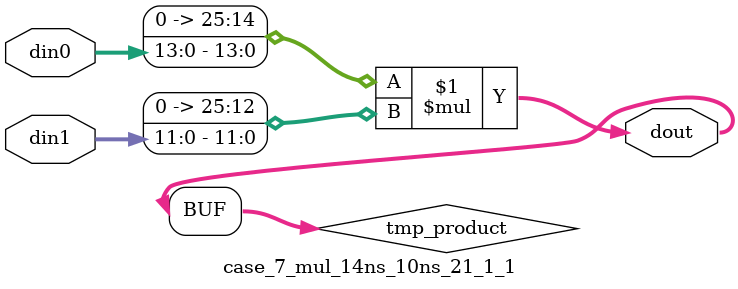
<source format=v>

`timescale 1 ns / 1 ps

 (* use_dsp = "no" *)  module case_7_mul_14ns_10ns_21_1_1(din0, din1, dout);
parameter ID = 1;
parameter NUM_STAGE = 0;
parameter din0_WIDTH = 14;
parameter din1_WIDTH = 12;
parameter dout_WIDTH = 26;

input [din0_WIDTH - 1 : 0] din0; 
input [din1_WIDTH - 1 : 0] din1; 
output [dout_WIDTH - 1 : 0] dout;

wire signed [dout_WIDTH - 1 : 0] tmp_product;
























assign tmp_product = $signed({1'b0, din0}) * $signed({1'b0, din1});











assign dout = tmp_product;





















endmodule

</source>
